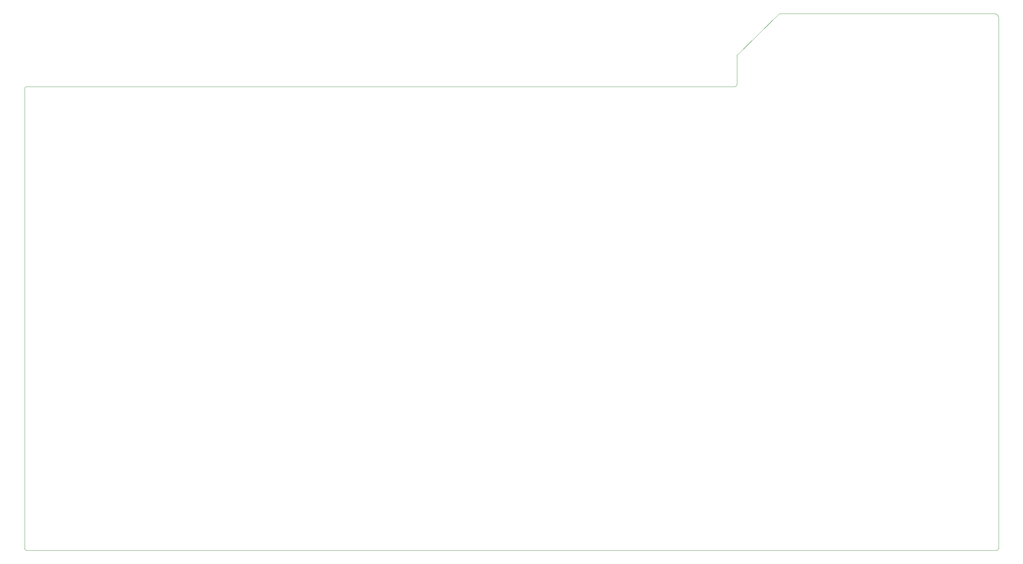
<source format=gbr>
G04 #@! TF.GenerationSoftware,KiCad,Pcbnew,(5.1.5)-3*
G04 #@! TF.CreationDate,2020-03-08T23:01:56+01:00*
G04 #@! TF.ProjectId,index-tab,696e6465-782d-4746-9162-2e6b69636164,rev?*
G04 #@! TF.SameCoordinates,Original*
G04 #@! TF.FileFunction,Profile,NP*
%FSLAX46Y46*%
G04 Gerber Fmt 4.6, Leading zero omitted, Abs format (unit mm)*
G04 Created by KiCad (PCBNEW (5.1.5)-3) date 2020-03-08 23:01:56*
%MOMM*%
%LPD*%
G04 APERTURE LIST*
%ADD10C,0.120000*%
G04 APERTURE END LIST*
D10*
X210759488Y-36000170D02*
G75*
G02X210900000Y-35700000I390512J170D01*
G01*
X221623712Y-25170748D02*
G75*
G02X222000000Y-25000000I376288J-329252D01*
G01*
X279000000Y-164500000D02*
G75*
G02X278500000Y-165000000I-500000J0D01*
G01*
X25500000Y-165000000D02*
G75*
G02X25000000Y-164500000I0J500000D01*
G01*
X25000000Y-44500000D02*
G75*
G02X25500000Y-44000000I500000J0D01*
G01*
X210750000Y-43500000D02*
G75*
G02X210250000Y-44000000I-500000J0D01*
G01*
X278000000Y-25000000D02*
G75*
G02X279000000Y-26000000I0J-1000000D01*
G01*
X210759488Y-36000170D02*
X210750000Y-43500000D01*
X210900000Y-35700000D02*
X221623712Y-25170748D01*
X278000000Y-25000000D02*
X222000000Y-25000000D01*
X25000000Y-44500000D02*
X25000000Y-164500000D01*
X279000000Y-164500000D02*
X279000000Y-26000000D01*
X25500000Y-165000000D02*
X278500000Y-165000000D01*
X25500000Y-44000000D02*
X210250000Y-44000000D01*
M02*

</source>
